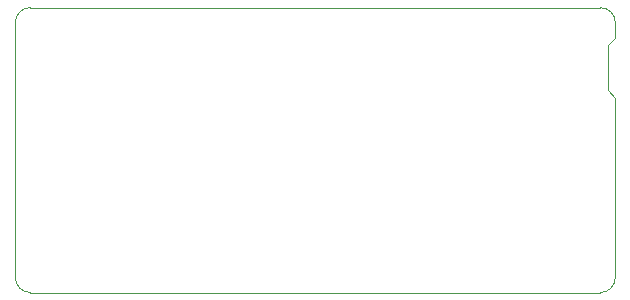
<source format=gbr>
%TF.GenerationSoftware,KiCad,Pcbnew,5.1.6-c6e7f7d~87~ubuntu18.04.1*%
%TF.CreationDate,2020-10-02T11:44:26-04:00*%
%TF.ProjectId,embedded-debug,656d6265-6464-4656-942d-64656275672e,rev?*%
%TF.SameCoordinates,Original*%
%TF.FileFunction,Profile,NP*%
%FSLAX46Y46*%
G04 Gerber Fmt 4.6, Leading zero omitted, Abs format (unit mm)*
G04 Created by KiCad (PCBNEW 5.1.6-c6e7f7d~87~ubuntu18.04.1) date 2020-10-02 11:44:26*
%MOMM*%
%LPD*%
G01*
G04 APERTURE LIST*
%TA.AperFunction,Profile*%
%ADD10C,0.050000*%
%TD*%
G04 APERTURE END LIST*
D10*
X134620000Y-63500000D02*
X182880000Y-63500000D01*
X133350000Y-86360000D02*
X133350000Y-64770000D01*
X182880000Y-87630000D02*
X134620000Y-87630000D01*
X184150000Y-71120000D02*
X184150000Y-86360000D01*
X184150000Y-64770000D02*
X184150000Y-66040000D01*
X134620000Y-87630000D02*
G75*
G02*
X133350000Y-86360000I0J1270000D01*
G01*
X133350000Y-64770000D02*
G75*
G02*
X134620000Y-63500000I1270000J0D01*
G01*
X182880000Y-63500000D02*
G75*
G02*
X184150000Y-64770000I0J-1270000D01*
G01*
X184150000Y-86360000D02*
G75*
G02*
X182880000Y-87630000I-1270000J0D01*
G01*
X183515000Y-70485000D02*
X184150000Y-71120000D01*
X183515000Y-66675000D02*
X183515000Y-70485000D01*
X184150000Y-66040000D02*
X183515000Y-66675000D01*
M02*

</source>
